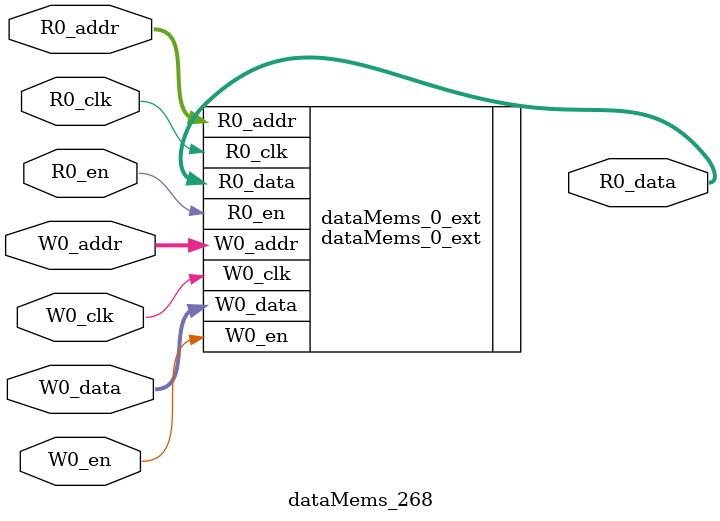
<source format=sv>
`ifndef RANDOMIZE
  `ifdef RANDOMIZE_REG_INIT
    `define RANDOMIZE
  `endif // RANDOMIZE_REG_INIT
`endif // not def RANDOMIZE
`ifndef RANDOMIZE
  `ifdef RANDOMIZE_MEM_INIT
    `define RANDOMIZE
  `endif // RANDOMIZE_MEM_INIT
`endif // not def RANDOMIZE

`ifndef RANDOM
  `define RANDOM $random
`endif // not def RANDOM

// Users can define 'PRINTF_COND' to add an extra gate to prints.
`ifndef PRINTF_COND_
  `ifdef PRINTF_COND
    `define PRINTF_COND_ (`PRINTF_COND)
  `else  // PRINTF_COND
    `define PRINTF_COND_ 1
  `endif // PRINTF_COND
`endif // not def PRINTF_COND_

// Users can define 'ASSERT_VERBOSE_COND' to add an extra gate to assert error printing.
`ifndef ASSERT_VERBOSE_COND_
  `ifdef ASSERT_VERBOSE_COND
    `define ASSERT_VERBOSE_COND_ (`ASSERT_VERBOSE_COND)
  `else  // ASSERT_VERBOSE_COND
    `define ASSERT_VERBOSE_COND_ 1
  `endif // ASSERT_VERBOSE_COND
`endif // not def ASSERT_VERBOSE_COND_

// Users can define 'STOP_COND' to add an extra gate to stop conditions.
`ifndef STOP_COND_
  `ifdef STOP_COND
    `define STOP_COND_ (`STOP_COND)
  `else  // STOP_COND
    `define STOP_COND_ 1
  `endif // STOP_COND
`endif // not def STOP_COND_

// Users can define INIT_RANDOM as general code that gets injected into the
// initializer block for modules with registers.
`ifndef INIT_RANDOM
  `define INIT_RANDOM
`endif // not def INIT_RANDOM

// If using random initialization, you can also define RANDOMIZE_DELAY to
// customize the delay used, otherwise 0.002 is used.
`ifndef RANDOMIZE_DELAY
  `define RANDOMIZE_DELAY 0.002
`endif // not def RANDOMIZE_DELAY

// Define INIT_RANDOM_PROLOG_ for use in our modules below.
`ifndef INIT_RANDOM_PROLOG_
  `ifdef RANDOMIZE
    `ifdef VERILATOR
      `define INIT_RANDOM_PROLOG_ `INIT_RANDOM
    `else  // VERILATOR
      `define INIT_RANDOM_PROLOG_ `INIT_RANDOM #`RANDOMIZE_DELAY begin end
    `endif // VERILATOR
  `else  // RANDOMIZE
    `define INIT_RANDOM_PROLOG_
  `endif // RANDOMIZE
`endif // not def INIT_RANDOM_PROLOG_

// Include register initializers in init blocks unless synthesis is set
`ifndef SYNTHESIS
  `ifndef ENABLE_INITIAL_REG_
    `define ENABLE_INITIAL_REG_
  `endif // not def ENABLE_INITIAL_REG_
`endif // not def SYNTHESIS

// Include rmemory initializers in init blocks unless synthesis is set
`ifndef SYNTHESIS
  `ifndef ENABLE_INITIAL_MEM_
    `define ENABLE_INITIAL_MEM_
  `endif // not def ENABLE_INITIAL_MEM_
`endif // not def SYNTHESIS

module dataMems_268(	// @[generators/ara/src/main/scala/UnsafeAXI4ToTL.scala:365:62]
  input  [4:0]  R0_addr,
  input         R0_en,
  input         R0_clk,
  output [66:0] R0_data,
  input  [4:0]  W0_addr,
  input         W0_en,
  input         W0_clk,
  input  [66:0] W0_data
);

  dataMems_0_ext dataMems_0_ext (	// @[generators/ara/src/main/scala/UnsafeAXI4ToTL.scala:365:62]
    .R0_addr (R0_addr),
    .R0_en   (R0_en),
    .R0_clk  (R0_clk),
    .R0_data (R0_data),
    .W0_addr (W0_addr),
    .W0_en   (W0_en),
    .W0_clk  (W0_clk),
    .W0_data (W0_data)
  );
endmodule


</source>
